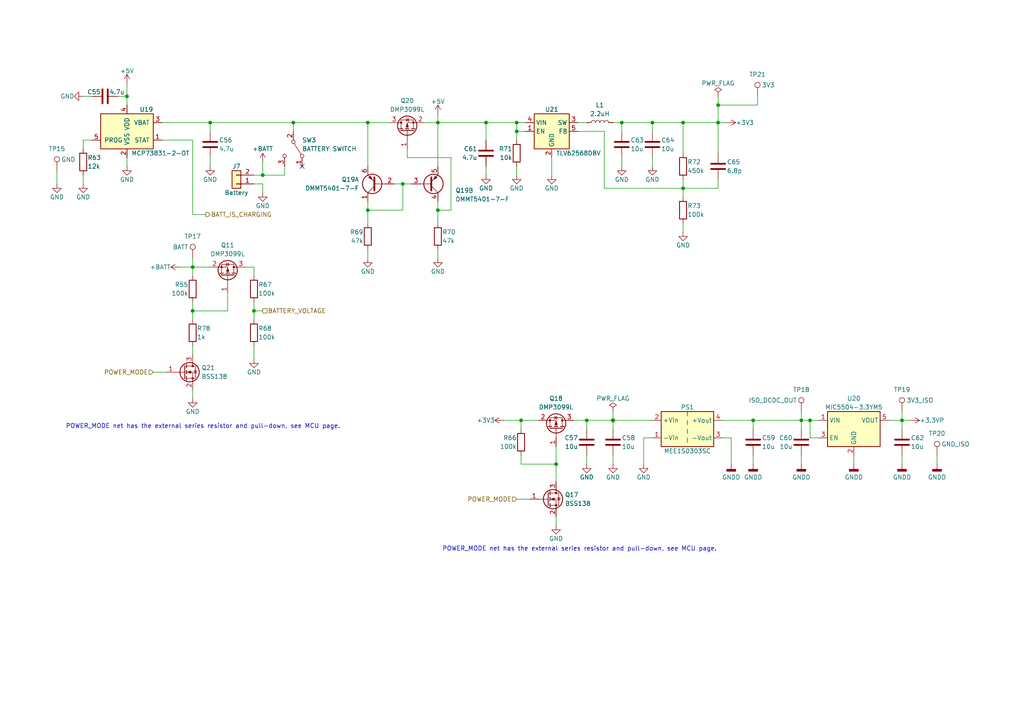
<source format=kicad_sch>
(kicad_sch (version 20221206) (generator eeschema)
  (paper "A4")
  (lib_symbols
    (symbol "Battery_Management:MCP73831-2-OT" (pin_names (offset 1.016))
      (property "Reference" "U" (at -7.62 6.35 0))
      (property "Value" "MCP73831-2-OT" (at 1.27 6.35 0))
      (symbol "MCP73831-2-OT_0_1"
        (rectangle (start -7.62 5.08) (end 7.62 -5.08) (stroke (width 0.254)) (fill (type background)))
      )
      (symbol "MCP73831-2-OT_1_1"
        (pin output line (at 10.16 -2.54 180) (length 2.54) (name "STAT") (number "1"))
        (pin power_in line (at 0 -7.62 90) (length 2.54) (name "VSS") (number "2"))
        (pin power_out line (at 10.16 2.54 180) (length 2.54) (name "VBAT") (number "3"))
        (pin power_in line (at 0 7.62 270) (length 2.54) (name "VDD") (number "4"))
        (pin input line (at -10.16 -2.54 0) (length 2.54) (name "PROG") (number "5"))
      )
    )
    (symbol "Connector:TestPoint" (pin_numbers hide) (pin_names (offset 0.762) hide)
      (property "Reference" "TP" (at 0 6.858 0))
      (property "Value" "TestPoint" (at 0 5.08 0))
      (symbol "TestPoint_0_1"
        (circle (center 0 3.302) (radius 0.762))
      )
      (symbol "TestPoint_1_1"
        (pin passive line (at 0 0 90) (length 2.54) (name "1") (number "1"))
      )
    )
    (symbol "Connector_Generic:Conn_01x02" (pin_names (offset 1.016) hide)
      (property "Reference" "J" (at 0 2.54 0))
      (property "Value" "Conn_01x02" (at 0 -5.08 0))
      (symbol "Conn_01x02_1_1"
        (rectangle (start -1.27 -2.413) (end 0 -2.667) (stroke (width 0.1524)))
        (rectangle (start -1.27 0.127) (end 0 -0.127) (stroke (width 0.1524)))
        (rectangle (start -1.27 1.27) (end 1.27 -3.81) (stroke (width 0.254)) (fill (type background)))
        (pin passive line (at -5.08 0 0) (length 3.81) (name "Pin_1") (number "1"))
        (pin passive line (at -5.08 -2.54 0) (length 3.81) (name "Pin_2") (number "2"))
      )
    )
    (symbol "Converter_DCDC:MEE1S0303SC"
      (property "Reference" "PS" (at -7.62 6.35 0))
      (property "Value" "MEE1S0303SC" (at 1.27 6.35 0))
      (symbol "MEE1S0303SC_0_0"
        (pin power_in line (at -10.16 -2.54 0) (length 2.54) (name "-Vin") (number "1"))
        (pin power_in line (at -10.16 2.54 0) (length 2.54) (name "+Vin") (number "2"))
        (pin power_out line (at 10.16 -2.54 180) (length 2.54) (name "-Vout") (number "3"))
        (pin power_out line (at 10.16 2.54 180) (length 2.54) (name "+Vout") (number "4"))
      )
      (symbol "MEE1S0303SC_0_1"
        (rectangle (start -7.62 5.08) (end 7.62 -5.08) (stroke (width 0.254)) (fill (type background)))
        (polyline (pts (xy 0 -2.54) (xy 0 -3.81)))
        (polyline (pts (xy 0 0) (xy 0 -1.27)))
        (polyline (pts (xy 0 2.54) (xy 0 1.27)))
        (polyline (pts (xy 0 5.08) (xy 0 3.81)))
      )
    )
    (symbol "DMG2305UX:DMP3099L" (pin_names hide)
      (property "Reference" "Q" (at 5.08 1.905 0))
      (property "Value" "DMP3099L" (at 5.08 0 0))
      (symbol "DMP3099L_0_1"
        (polyline (pts (xy 0.254 0) (xy -2.54 0)))
        (polyline (pts (xy 0.254 1.905) (xy 0.254 -1.905)) (stroke (width 0.254)))
        (polyline (pts (xy 0.762 -1.27) (xy 0.762 -2.286)) (stroke (width 0.254)))
        (polyline (pts (xy 0.762 0.508) (xy 0.762 -0.508)) (stroke (width 0.254)))
        (polyline (pts (xy 0.762 2.286) (xy 0.762 1.27)) (stroke (width 0.254)))
        (polyline (pts (xy 2.54 2.54) (xy 2.54 1.778)))
        (polyline (pts (xy 2.54 -2.54) (xy 2.54 0) (xy 0.762 0)))
        (polyline (pts (xy 0.762 1.778) (xy 3.302 1.778) (xy 3.302 -1.778) (xy 0.762 -1.778)))
        (polyline (pts (xy 2.286 0) (xy 1.27 0.381) (xy 1.27 -0.381) (xy 2.286 0)) (fill (type outline)))
        (polyline (pts (xy 2.794 -0.508) (xy 2.921 -0.381) (xy 3.683 -0.381) (xy 3.81 -0.254)))
        (polyline (pts (xy 3.302 -0.381) (xy 2.921 0.254) (xy 3.683 0.254) (xy 3.302 -0.381)))
        (circle (center 1.651 0) (radius 2.794) (stroke (width 0.254)))
        (circle (center 2.54 -1.778) (radius 0.254) (fill (type outline)))
        (circle (center 2.54 1.778) (radius 0.254) (fill (type outline)))
      )
      (symbol "DMP3099L_1_1"
        (pin input line (at -5.08 0 0) (length 2.54) (name "G") (number "1"))
        (pin passive line (at 2.54 -5.08 90) (length 2.54) (name "S") (number "2"))
        (pin passive line (at 2.54 5.08 270) (length 2.54) (name "D") (number "3"))
      )
    )
    (symbol "DMMT5401:DMMT5401-7-F" (pin_names (offset 0) hide)
      (property "Reference" "Q" (at 5.08 1.27 0))
      (property "Value" "DMMT5401-7-F" (at 5.08 -1.27 0))
      (symbol "DMMT5401-7-F_0_1"
        (polyline (pts (xy 0.635 0) (xy -2.54 0)))
        (polyline (pts (xy 0.635 0.635) (xy 2.54 2.54)))
        (polyline (pts (xy 0.635 -0.635) (xy 2.54 -2.54) (xy 2.54 -2.54)))
        (polyline (pts (xy 0.635 1.905) (xy 0.635 -1.905) (xy 0.635 -1.905)) (stroke (width 0.508)))
        (polyline (pts (xy 2.286 -1.778) (xy 1.778 -2.286) (xy 1.27 -1.27) (xy 2.286 -1.778) (xy 2.286 -1.778)) (fill (type outline)))
        (circle (center 1.27 0) (radius 2.8194) (stroke (width 0.254)))
      )
      (symbol "DMMT5401-7-F_1_1"
        (pin passive line (at 2.54 5.08 270) (length 2.54) (name "C1") (number "1"))
        (pin input line (at -5.08 0 0) (length 2.54) (name "B1") (number "2"))
        (pin passive line (at 2.54 -5.08 90) (length 2.54) (name "E1") (number "6"))
      )
      (symbol "DMMT5401-7-F_2_1"
        (pin input line (at -5.08 0 0) (length 2.54) (name "B2") (number "3"))
        (pin passive line (at 2.54 5.08 270) (length 2.54) (name "C2") (number "4"))
        (pin passive line (at 2.54 -5.08 90) (length 2.54) (name "E2") (number "5"))
      )
    )
    (symbol "Device:C" (pin_numbers hide) (pin_names (offset 0.254))
      (property "Reference" "C" (at 0.635 2.54 0))
      (property "Value" "C" (at 0.635 -2.54 0))
      (symbol "C_0_1"
        (polyline (pts (xy -2.032 -0.762) (xy 2.032 -0.762)) (stroke (width 0.508)))
        (polyline (pts (xy -2.032 0.762) (xy 2.032 0.762)) (stroke (width 0.508)))
      )
      (symbol "C_1_1"
        (pin passive line (at 0 3.81 270) (length 2.794) (name "~") (number "1"))
        (pin passive line (at 0 -3.81 90) (length 2.794) (name "~") (number "2"))
      )
    )
    (symbol "Device:L" (pin_numbers hide) (pin_names (offset 1.016) hide)
      (property "Reference" "L" (at -1.27 0 90))
      (property "Value" "L" (at 1.905 0 90))
      (symbol "L_0_1"
        (arc (start 0 -2.54) (mid 0.6323 -1.905) (end 0 -1.27))
        (arc (start 0 -1.27) (mid 0.6323 -0.635) (end 0 0))
        (arc (start 0 0) (mid 0.6323 0.635) (end 0 1.27))
        (arc (start 0 1.27) (mid 0.6323 1.905) (end 0 2.54))
      )
      (symbol "L_1_1"
        (pin passive line (at 0 3.81 270) (length 1.27) (name "1") (number "1"))
        (pin passive line (at 0 -3.81 90) (length 1.27) (name "2") (number "2"))
      )
    )
    (symbol "Device:R" (pin_numbers hide) (pin_names (offset 0))
      (property "Reference" "R" (at 2.032 0 90))
      (property "Value" "R" (at 0 0 90))
      (symbol "R_0_1"
        (rectangle (start -1.016 -2.54) (end 1.016 2.54) (stroke (width 0.254)))
      )
      (symbol "R_1_1"
        (pin passive line (at 0 3.81 270) (length 1.27) (name "~") (number "1"))
        (pin passive line (at 0 -3.81 90) (length 1.27) (name "~") (number "2"))
      )
    )
    (symbol "Regulator_Linear:MIC5504-3.3YM5"
      (property "Reference" "U" (at -7.62 8.89 0))
      (property "Value" "MIC5504-3.3YM5" (at -7.62 6.35 0))
      (symbol "MIC5504-3.3YM5_0_1"
        (rectangle (start -7.62 -5.08) (end 7.62 5.08) (stroke (width 0.254)) (fill (type background)))
      )
      (symbol "MIC5504-3.3YM5_1_1"
        (pin power_in line (at -10.16 2.54 0) (length 2.54) (name "VIN") (number "1"))
        (pin power_in line (at 0 -7.62 90) (length 2.54) (name "GND") (number "2"))
        (pin input line (at -10.16 -2.54 0) (length 2.54) (name "EN") (number "3"))
        (pin no_connect line (at 7.62 -2.54 180) (length 2.54) hide (name "NC") (number "4"))
        (pin power_out line (at 10.16 2.54 180) (length 2.54) (name "VOUT") (number "5"))
      )
    )
    (symbol "Regulator_Switching:TLV62568DBV"
      (property "Reference" "U" (at -5.08 6.35 0))
      (property "Value" "TLV62568DBV" (at 0 6.35 0))
      (symbol "TLV62568DBV_0_1"
        (rectangle (start -5.08 5.08) (end 5.08 -5.08) (stroke (width 0.254)) (fill (type background)))
      )
      (symbol "TLV62568DBV_1_1"
        (pin input line (at -7.62 0 0) (length 2.54) (name "EN") (number "1"))
        (pin power_in line (at 0 -7.62 90) (length 2.54) (name "GND") (number "2"))
        (pin power_out line (at 7.62 2.54 180) (length 2.54) (name "SW") (number "3"))
        (pin power_in line (at -7.62 2.54 0) (length 2.54) (name "VIN") (number "4"))
        (pin input line (at 7.62 0 180) (length 2.54) (name "FB") (number "5"))
      )
    )
    (symbol "Switch:SW_SPDT" (pin_names (offset 0) hide)
      (property "Reference" "SW" (at 0 4.318 0))
      (property "Value" "SW_SPDT" (at 0 -5.08 0))
      (symbol "SW_SPDT_0_0"
        (circle (center -2.032 0) (radius 0.508))
        (circle (center 2.032 -2.54) (radius 0.508))
      )
      (symbol "SW_SPDT_0_1"
        (polyline (pts (xy -1.524 0.254) (xy 1.651 2.286)))
        (circle (center 2.032 2.54) (radius 0.508))
      )
      (symbol "SW_SPDT_1_1"
        (pin passive line (at 5.08 2.54 180) (length 2.54) (name "A") (number "1"))
        (pin passive line (at -5.08 0 0) (length 2.54) (name "B") (number "2"))
        (pin passive line (at 5.08 -2.54 180) (length 2.54) (name "C") (number "3"))
      )
    )
    (symbol "Transistor_FET:BSS138" (pin_names hide)
      (property "Reference" "Q" (at 5.08 1.905 0))
      (property "Value" "BSS138" (at 5.08 0 0))
      (symbol "BSS138_0_1"
        (polyline (pts (xy 0.254 0) (xy -2.54 0)))
        (polyline (pts (xy 0.254 1.905) (xy 0.254 -1.905)) (stroke (width 0.254)))
        (polyline (pts (xy 0.762 -1.27) (xy 0.762 -2.286)) (stroke (width 0.254)))
        (polyline (pts (xy 0.762 0.508) (xy 0.762 -0.508)) (stroke (width 0.254)))
        (polyline (pts (xy 0.762 2.286) (xy 0.762 1.27)) (stroke (width 0.254)))
        (polyline (pts (xy 2.54 2.54) (xy 2.54 1.778)))
        (polyline (pts (xy 2.54 -2.54) (xy 2.54 0) (xy 0.762 0)))
        (polyline (pts (xy 0.762 -1.778) (xy 3.302 -1.778) (xy 3.302 1.778) (xy 0.762 1.778)))
        (polyline (pts (xy 1.016 0) (xy 2.032 0.381) (xy 2.032 -0.381) (xy 1.016 0)) (fill (type outline)))
        (polyline (pts (xy 2.794 0.508) (xy 2.921 0.381) (xy 3.683 0.381) (xy 3.81 0.254)))
        (polyline (pts (xy 3.302 0.381) (xy 2.921 -0.254) (xy 3.683 -0.254) (xy 3.302 0.381)))
        (circle (center 1.651 0) (radius 2.794) (stroke (width 0.254)))
        (circle (center 2.54 -1.778) (radius 0.254) (fill (type outline)))
        (circle (center 2.54 1.778) (radius 0.254) (fill (type outline)))
      )
      (symbol "BSS138_1_1"
        (pin input line (at -5.08 0 0) (length 2.54) (name "G") (number "1"))
        (pin passive line (at 2.54 -5.08 90) (length 2.54) (name "S") (number "2"))
        (pin passive line (at 2.54 5.08 270) (length 2.54) (name "D") (number "3"))
      )
    )
    (symbol "power:+3.3VP" (power) (pin_names (offset 0))
      (property "Value" "+3.3VP" (at 0 2.54 0))
      (symbol "+3.3VP_0_0"
        (pin power_in line (at 0 0 90) (length 0) hide (name "+3.3VP") (number "1"))
      )
      (symbol "+3.3VP_0_1"
        (polyline (pts (xy -0.762 1.27) (xy 0 2.54)))
        (polyline (pts (xy 0 0) (xy 0 2.54)))
        (polyline (pts (xy 0 2.54) (xy 0.762 1.27)))
      )
    )
    (symbol "power:+3V3" (power) (pin_names (offset 0))
      (property "Value" "+3V3" (at 0 3.556 0))
      (symbol "+3V3_0_1"
        (polyline (pts (xy -0.762 1.27) (xy 0 2.54)))
        (polyline (pts (xy 0 0) (xy 0 2.54)))
        (polyline (pts (xy 0 2.54) (xy 0.762 1.27)))
      )
      (symbol "+3V3_1_1"
        (pin power_in line (at 0 0 90) (length 0) hide (name "+3V3") (number "1"))
      )
    )
    (symbol "power:+5V" (power) (pin_names (offset 0))
      (property "Value" "+5V" (at 0 3.556 0))
      (symbol "+5V_0_1"
        (polyline (pts (xy -0.762 1.27) (xy 0 2.54)))
        (polyline (pts (xy 0 0) (xy 0 2.54)))
        (polyline (pts (xy 0 2.54) (xy 0.762 1.27)))
      )
      (symbol "+5V_1_1"
        (pin power_in line (at 0 0 90) (length 0) hide (name "+5V") (number "1"))
      )
    )
    (symbol "power:+BATT" (power) (pin_names (offset 0))
      (property "Value" "+BATT" (at 0 3.556 0))
      (symbol "+BATT_0_1"
        (polyline (pts (xy -0.762 1.27) (xy 0 2.54)))
        (polyline (pts (xy 0 0) (xy 0 2.54)))
        (polyline (pts (xy 0 2.54) (xy 0.762 1.27)))
      )
      (symbol "+BATT_1_1"
        (pin power_in line (at 0 0 90) (length 0) hide (name "+BATT") (number "1"))
      )
    )
    (symbol "power:GND" (power) (pin_names (offset 0))
      (property "Value" "GND" (at 0 -3.81 0))
      (symbol "GND_0_1"
        (polyline (pts (xy 0 0) (xy 0 -1.27) (xy 1.27 -1.27) (xy 0 -2.54) (xy -1.27 -1.27) (xy 0 -1.27)))
      )
      (symbol "GND_1_1"
        (pin power_in line (at 0 0 270) (length 0) hide (name "GND") (number "1"))
      )
    )
    (symbol "power:GNDD" (power) (pin_names (offset 0))
      (property "Value" "GNDD" (at 0 -3.175 0))
      (symbol "GNDD_0_1"
        (rectangle (start -1.27 -1.524) (end 1.27 -2.032) (stroke (width 0.254)) (fill (type outline)))
        (polyline (pts (xy 0 0) (xy 0 -1.524)))
      )
      (symbol "GNDD_1_1"
        (pin power_in line (at 0 0 270) (length 0) hide (name "GNDD") (number "1"))
      )
    )
    (symbol "power:PWR_FLAG" (power) (pin_numbers hide) (pin_names (offset 0) hide)
      (property "Value" "PWR_FLAG" (at 0 3.81 0))
      (symbol "PWR_FLAG_0_0"
        (pin power_out line (at 0 0 90) (length 0) (name "pwr") (number "1"))
      )
      (symbol "PWR_FLAG_0_1"
        (polyline (pts (xy 0 0) (xy 0 1.27) (xy -1.016 1.905) (xy 0 2.54) (xy 1.016 1.905) (xy 0 1.27)))
      )
    )
  )
  (junction (at 170.18 121.92))
  (junction (at 76.2 50.8))
  (junction (at 208.28 35.56))
  (junction (at 127 35.56))
  (junction (at 149.86 35.56))
  (junction (at 234.95 121.92))
  (junction (at 177.8 121.92) (diameter 1.016))
  (junction (at 198.12 54.61))
  (junction (at 73.66 90.17))
  (junction (at 55.88 90.17))
  (junction (at 140.97 35.56) (diameter 0.9144))
  (junction (at 180.34 35.56) (diameter 0.9144))
  (junction (at 106.68 35.56))
  (junction (at 208.28 30.48))
  (junction (at 189.23 35.56))
  (junction (at 36.83 27.94))
  (junction (at 232.41 121.92) (diameter 0.9144))
  (junction (at 161.29 134.62))
  (junction (at 198.12 35.56))
  (junction (at 149.86 38.1))
  (junction (at 127 60.96))
  (junction (at 85.09 35.56))
  (junction (at 60.96 35.56))
  (junction (at 151.13 121.92))
  (junction (at 218.44 121.92))
  (junction (at 116.84 53.34))
  (junction (at 106.68 60.96))
  (junction (at 55.88 77.47) (diameter 0.9144))
  (junction (at 261.62 121.92) (diameter 0.9144))
  (no_connect (at 87.63 48.26))
  (wire (pts (xy 152.4 38.1) (xy 149.86 38.1)))
  (wire (pts (xy 261.62 119.38) (xy 261.62 121.92)))
  (wire (pts (xy 106.68 60.96) (xy 116.84 60.96)))
  (wire (pts (xy 212.09 134.62) (xy 212.09 127)))
  (wire (pts (xy 170.18 121.92) (xy 170.18 124.46)))
  (wire (pts (xy 73.66 100.33) (xy 73.66 104.14)))
  (wire (pts (xy 271.78 132.08) (xy 271.78 134.62)))
  (wire (pts (xy 208.28 35.56) (xy 208.28 44.45)))
  (wire (pts (xy 73.66 80.01) (xy 73.66 77.47)))
  (wire (pts (xy 247.65 132.08) (xy 247.65 134.62)))
  (wire (pts (xy 46.99 35.56) (xy 60.96 35.56)))
  (wire (pts (xy 130.81 60.96) (xy 130.81 45.72)))
  (wire (pts (xy 186.69 134.62) (xy 186.69 127)))
  (wire (pts (xy 127 33.02) (xy 127 35.56)))
  (wire (pts (xy 24.13 43.18) (xy 24.13 40.64)))
  (wire (pts (xy 170.18 132.08) (xy 170.18 134.62)))
  (wire (pts (xy 219.71 27.94) (xy 219.71 30.48)))
  (wire (pts (xy 218.44 121.92) (xy 218.44 124.46)))
  (wire (pts (xy 186.69 127) (xy 189.23 127)))
  (wire (pts (xy 82.55 50.8) (xy 82.55 48.26)))
  (wire (pts (xy 36.83 30.48) (xy 36.83 27.94)))
  (wire (pts (xy 52.07 77.47) (xy 55.88 77.47)))
  (wire (pts (xy 237.49 127) (xy 234.95 127)))
  (wire (pts (xy 232.41 132.08) (xy 232.41 134.62)))
  (wire (pts (xy 261.62 132.08) (xy 261.62 134.62)))
  (wire (pts (xy 208.28 35.56) (xy 210.82 35.56)))
  (wire (pts (xy 161.29 134.62) (xy 161.29 139.7)))
  (wire (pts (xy 218.44 121.92) (xy 232.41 121.92)))
  (wire (pts (xy 198.12 35.56) (xy 208.28 35.56)))
  (wire (pts (xy 66.04 90.17) (xy 66.04 85.09)))
  (wire (pts (xy 114.3 53.34) (xy 116.84 53.34)))
  (wire (pts (xy 127 35.56) (xy 123.19 35.56)))
  (wire (pts (xy 106.68 58.42) (xy 106.68 60.96)))
  (wire (pts (xy 180.34 35.56) (xy 180.34 38.1)))
  (wire (pts (xy 73.66 53.34) (xy 76.2 53.34)))
  (wire (pts (xy 149.86 35.56) (xy 152.4 35.56)))
  (wire (pts (xy 177.8 134.62) (xy 177.8 132.08)))
  (wire (pts (xy 212.09 127) (xy 209.55 127)))
  (wire (pts (xy 146.05 121.92) (xy 151.13 121.92)))
  (wire (pts (xy 151.13 134.62) (xy 161.29 134.62)))
  (wire (pts (xy 198.12 52.07) (xy 198.12 54.61)))
  (wire (pts (xy 55.88 74.93) (xy 55.88 77.47)))
  (wire (pts (xy 46.99 40.64) (xy 55.88 40.64)))
  (wire (pts (xy 151.13 132.08) (xy 151.13 134.62)))
  (wire (pts (xy 106.68 72.39) (xy 106.68 74.93)))
  (wire (pts (xy 60.96 45.72) (xy 60.96 48.26)))
  (wire (pts (xy 36.83 45.72) (xy 36.83 48.26)))
  (wire (pts (xy 175.26 54.61) (xy 198.12 54.61)))
  (wire (pts (xy 85.09 35.56) (xy 106.68 35.56)))
  (wire (pts (xy 166.37 121.92) (xy 170.18 121.92)))
  (wire (pts (xy 208.28 27.94) (xy 208.28 30.48)))
  (wire (pts (xy 208.28 30.48) (xy 208.28 35.56)))
  (wire (pts (xy 161.29 149.86) (xy 161.29 152.4)))
  (wire (pts (xy 209.55 121.92) (xy 218.44 121.92)))
  (wire (pts (xy 118.11 45.72) (xy 130.81 45.72)))
  (wire (pts (xy 232.41 119.38) (xy 232.41 121.92)))
  (wire (pts (xy 60.96 35.56) (xy 60.96 38.1)))
  (wire (pts (xy 76.2 46.99) (xy 76.2 50.8)))
  (wire (pts (xy 127 60.96) (xy 130.81 60.96)))
  (wire (pts (xy 127 48.26) (xy 127 35.56)))
  (wire (pts (xy 24.13 27.94) (xy 26.67 27.94)))
  (wire (pts (xy 106.68 48.26) (xy 106.68 35.56)))
  (wire (pts (xy 127 72.39) (xy 127 74.93)))
  (wire (pts (xy 234.95 121.92) (xy 232.41 121.92)))
  (wire (pts (xy 189.23 45.72) (xy 189.23 48.26)))
  (wire (pts (xy 140.97 48.26) (xy 140.97 50.8)))
  (wire (pts (xy 55.88 100.33) (xy 55.88 102.87)))
  (wire (pts (xy 175.26 38.1) (xy 175.26 54.61)))
  (wire (pts (xy 55.88 87.63) (xy 55.88 90.17)))
  (wire (pts (xy 55.88 77.47) (xy 60.96 77.47)))
  (wire (pts (xy 73.66 87.63) (xy 73.66 90.17)))
  (wire (pts (xy 232.41 121.92) (xy 232.41 124.46)))
  (wire (pts (xy 116.84 60.96) (xy 116.84 53.34)))
  (wire (pts (xy 149.86 38.1) (xy 149.86 40.64)))
  (wire (pts (xy 127 35.56) (xy 140.97 35.56)))
  (wire (pts (xy 177.8 124.46) (xy 177.8 121.92)))
  (wire (pts (xy 55.88 40.64) (xy 55.88 62.23)))
  (wire (pts (xy 73.66 77.47) (xy 71.12 77.47)))
  (wire (pts (xy 44.45 107.95) (xy 48.26 107.95)))
  (wire (pts (xy 55.88 77.47) (xy 55.88 80.01)))
  (wire (pts (xy 36.83 27.94) (xy 34.29 27.94)))
  (wire (pts (xy 180.34 45.72) (xy 180.34 48.26)))
  (wire (pts (xy 234.95 127) (xy 234.95 121.92)))
  (wire (pts (xy 189.23 35.56) (xy 198.12 35.56)))
  (wire (pts (xy 127 58.42) (xy 127 60.96)))
  (wire (pts (xy 106.68 35.56) (xy 113.03 35.56)))
  (wire (pts (xy 140.97 35.56) (xy 140.97 40.64)))
  (wire (pts (xy 167.64 38.1) (xy 175.26 38.1)))
  (wire (pts (xy 55.88 92.71) (xy 55.88 90.17)))
  (wire (pts (xy 198.12 64.77) (xy 198.12 67.31)))
  (wire (pts (xy 161.29 134.62) (xy 161.29 129.54)))
  (wire (pts (xy 118.11 43.18) (xy 118.11 45.72)))
  (wire (pts (xy 24.13 40.64) (xy 26.67 40.64)))
  (wire (pts (xy 151.13 121.92) (xy 156.21 121.92)))
  (wire (pts (xy 106.68 60.96) (xy 106.68 64.77)))
  (wire (pts (xy 60.96 35.56) (xy 85.09 35.56)))
  (wire (pts (xy 24.13 50.8) (xy 24.13 53.34)))
  (wire (pts (xy 177.8 121.92) (xy 189.23 121.92)))
  (wire (pts (xy 167.64 35.56) (xy 170.18 35.56)))
  (wire (pts (xy 261.62 121.92) (xy 261.62 124.46)))
  (wire (pts (xy 198.12 35.56) (xy 198.12 44.45)))
  (wire (pts (xy 189.23 35.56) (xy 189.23 38.1)))
  (wire (pts (xy 76.2 53.34) (xy 76.2 55.88)))
  (wire (pts (xy 76.2 50.8) (xy 82.55 50.8)))
  (wire (pts (xy 218.44 134.62) (xy 218.44 132.08)))
  (wire (pts (xy 177.8 35.56) (xy 180.34 35.56)))
  (wire (pts (xy 55.88 113.03) (xy 55.88 115.57)))
  (wire (pts (xy 151.13 121.92) (xy 151.13 124.46)))
  (wire (pts (xy 149.86 35.56) (xy 149.86 38.1)))
  (wire (pts (xy 73.66 90.17) (xy 76.2 90.17)))
  (wire (pts (xy 261.62 121.92) (xy 264.16 121.92)))
  (wire (pts (xy 127 60.96) (xy 127 64.77)))
  (wire (pts (xy 73.66 90.17) (xy 73.66 92.71)))
  (wire (pts (xy 237.49 121.92) (xy 234.95 121.92)))
  (wire (pts (xy 257.81 121.92) (xy 261.62 121.92)))
  (wire (pts (xy 85.09 35.56) (xy 85.09 38.1)))
  (wire (pts (xy 140.97 35.56) (xy 149.86 35.56)))
  (wire (pts (xy 55.88 90.17) (xy 66.04 90.17)))
  (wire (pts (xy 160.02 45.72) (xy 160.02 50.8)))
  (wire (pts (xy 16.51 49.53) (xy 16.51 53.34)))
  (wire (pts (xy 36.83 24.13) (xy 36.83 27.94)))
  (wire (pts (xy 149.86 144.78) (xy 153.67 144.78)))
  (wire (pts (xy 208.28 52.07) (xy 208.28 54.61)))
  (wire (pts (xy 170.18 121.92) (xy 177.8 121.92)))
  (wire (pts (xy 149.86 48.26) (xy 149.86 50.8)))
  (wire (pts (xy 198.12 54.61) (xy 208.28 54.61)))
  (wire (pts (xy 73.66 50.8) (xy 76.2 50.8)))
  (wire (pts (xy 177.8 119.38) (xy 177.8 121.92)))
  (wire (pts (xy 180.34 35.56) (xy 189.23 35.56)))
  (wire (pts (xy 208.28 30.48) (xy 219.71 30.48)))
  (wire (pts (xy 55.88 62.23) (xy 59.69 62.23)))
  (wire (pts (xy 116.84 53.34) (xy 119.38 53.34)))
  (wire (pts (xy 198.12 54.61) (xy 198.12 57.15)))
  (text "POWER_MODE net has the external series resistor and pull-down, see MCU page." (at 128.27 160.02 0) (effects (font (size 1.27 1.27)) (justify left bottom)))
  (text "POWER_MODE net has the external series resistor and pull-down, see MCU page." (at 19.05 124.46 0) (effects (font (size 1.27 1.27)) (justify left bottom)))
  (hierarchical_label "POWER_MODE" (shape input) (at 44.45 107.95 180))
  (hierarchical_label "POWER_MODE" (shape input) (at 149.86 144.78 180))
  (hierarchical_label "BATT_IS_CHARGING" (shape output) (at 59.69 62.23 0))
  (hierarchical_label "BATTERY_VOLTAGE" (shape passive) (at 76.2 90.17 0))
  (symbol (lib_id "Device:R") (at 55.88 96.52 0) (unit 1)
    (property "Reference" "R78" (at 57.15 95.25 0) (effects (justify left)))
    (property "Value" "1k" (at 57.15 97.79 0) (effects (justify left)))
    (property "Footprint" "Resistor_SMD:R_0402_1005Metric" (effects hide))
  )
  (symbol (lib_id "power:GNDD") (at 247.65 134.62 0) (unit 1)
    (property "Reference" "#PWR0179" (effects hide))
    (property "Value" "GNDD" (at 247.65 138.43 0))
  )
  (symbol (lib_id "power:+3V3") (at 146.05 121.92 90) (unit 1)
    (property "Reference" "#PWR0282" (effects hide))
    (property "Value" "+3V3" (at 143.51 121.92 90) (effects (justify left)))
  )
  (symbol (lib_id "power:GNDD") (at 261.62 134.62 0) (unit 1)
    (property "Reference" "#PWR0182" (effects hide))
    (property "Value" "GNDD" (at 261.62 138.43 0))
  )
  (symbol (lib_id "Regulator_Switching:TLV62568DBV") (at 160.02 38.1 0) (unit 1)
    (property "Reference" "U21" (at 160.02 31.75 0))
    (property "Value" "TLV62568DBV" (at 161.29 44.45 0) (effects (justify left)))
    (property "Footprint" "Package_TO_SOT_SMD:SOT-23-5" (effects hide))
    (property "Datasheet" "http://www.ti.com/lit/ds/symlink/tlv62568.pdf" (effects hide))
  )
  (symbol (lib_id "Device:C") (at 189.23 41.91 0) (unit 1)
    (property "Reference" "C64" (at 191.77 40.64 0) (effects (justify left)))
    (property "Value" "10u" (at 191.77 43.18 0) (effects (justify left)))
    (property "Footprint" "Capacitor_SMD:C_0603_1608Metric" (effects hide))
  )
  (symbol (lib_id "Device:L") (at 173.99 35.56 90) (unit 1)
    (property "Reference" "L1" (at 173.99 30.48 90))
    (property "Value" "2.2uH" (at 173.99 33.02 90))
    (property "Footprint" "Inductor_SMD:L_Taiyo-Yuden_NR-30xx" (effects hide))
    (property "Part number" "NR3012T2R2M" (effects hide))
  )
  (symbol (lib_id "Device:R") (at 198.12 48.26 0) (unit 1)
    (property "Reference" "R72" (at 199.39 46.99 0) (effects (justify left)))
    (property "Value" "450k" (at 199.39 49.53 0) (effects (justify left)))
    (property "Footprint" "Resistor_SMD:R_0402_1005Metric" (effects hide))
  )
  (symbol (lib_id "Connector:TestPoint") (at 219.71 27.94 0) (mirror y) (unit 1)
    (property "Reference" "TP21" (at 219.71 21.59 0))
    (property "Value" "3V3" (at 220.98 25.4 0) (effects (justify right bottom)))
    (property "Footprint" "TestPoint:TestPoint_Pad_D1.0mm" (effects hide))
  )
  (symbol (lib_id "Device:C") (at 177.8 128.27 0) (mirror y) (unit 1)
    (property "Reference" "C58" (at 180.34 127 0) (effects (justify right)))
    (property "Value" "10u" (at 180.34 129.54 0) (effects (justify right)))
    (property "Footprint" "Capacitor_SMD:C_0603_1608Metric" (effects hide))
    (property "Part Number" "CC0603KRX5R6BB106" (effects hide))
  )
  (symbol (lib_id "DMMT5401:DMMT5401-7-F") (at 109.22 53.34 180) (unit 1)
    (property "Reference" "Q19" (at 104.14 52.07 0) (effects (justify left)))
    (property "Value" "DMMT5401-7-F" (at 104.14 54.61 0) (effects (justify left)))
    (property "Footprint" "Package_TO_SOT_SMD:SOT-23-6" (effects hide))
    (property "Datasheet" "https://www.diodes.com/assets/Datasheets/ds30437.pdf" (effects hide))
  )
  (symbol (lib_id "power:GNDD") (at 218.44 134.62 0) (unit 1)
    (property "Reference" "#PWR0174" (effects hide))
    (property "Value" "GNDD" (at 218.44 138.43 0))
  )
  (symbol (lib_id "Device:C") (at 60.96 41.91 180) (unit 1)
    (property "Reference" "C56" (at 63.5 40.64 0) (effects (justify right)))
    (property "Value" "4.7u" (at 63.5 43.18 0) (effects (justify right)))
    (property "Footprint" "Capacitor_SMD:C_0603_1608Metric" (effects hide))
  )
  (symbol (lib_id "power:+5V") (at 36.83 24.13 0) (unit 1)
    (property "Reference" "#PWR011" (effects hide))
    (property "Value" "+5V" (at 36.83 20.574 0))
  )
  (symbol (lib_id "power:PWR_FLAG") (at 177.8 119.38 0) (unit 1)
    (property "Reference" "#FLG05" (effects hide))
    (property "Value" "PWR_FLAG" (at 177.8 115.57 0))
  )
  (symbol (lib_id "Device:C") (at 208.28 48.26 0) (unit 1)
    (property "Reference" "C65" (at 210.82 46.99 0) (effects (justify left)))
    (property "Value" "6.8p" (at 210.82 49.53 0) (effects (justify left)))
    (property "Footprint" "Capacitor_SMD:C_0402_1005Metric" (effects hide))
  )
  (symbol (lib_id "power:GND") (at 24.13 53.34 0) (unit 1)
    (property "Reference" "#PWR0249" (effects hide))
    (property "Value" "GND" (at 24.13 57.15 0))
  )
  (symbol (lib_id "DMG2305UX:DMP3099L") (at 161.29 124.46 270) (mirror x) (unit 1)
    (property "Reference" "Q18" (at 161.29 115.57 90))
    (property "Value" "DMP3099L" (at 161.29 118.11 90))
    (property "Footprint" "Package_TO_SOT_SMD:SOT-23" (effects hide))
    (property "Datasheet" "https://www.diodes.com/assets/Datasheets/DMP3099L.pdf" (effects hide))
  )
  (symbol (lib_id "Device:R") (at 73.66 83.82 0) (unit 1)
    (property "Reference" "R67" (at 74.93 82.55 0) (effects (justify left)))
    (property "Value" "100k" (at 74.93 85.09 0) (effects (justify left)))
    (property "Footprint" "Resistor_SMD:R_0402_1005Metric" (effects hide))
  )
  (symbol (lib_id "Device:C") (at 170.18 128.27 0) (mirror y) (unit 1)
    (property "Reference" "C57" (at 167.64 127 0) (effects (justify left)))
    (property "Value" "10u" (at 167.64 129.54 0) (effects (justify left)))
    (property "Footprint" "Capacitor_SMD:C_0603_1608Metric" (effects hide))
    (property "Part Number" "CC0603KRX5R6BB106" (effects hide))
  )
  (symbol (lib_id "Device:R") (at 149.86 44.45 0) (mirror y) (unit 1)
    (property "Reference" "R71" (at 148.59 43.18 0) (effects (justify left)))
    (property "Value" "10k" (at 148.59 45.72 0) (effects (justify left)))
    (property "Footprint" "Resistor_SMD:R_0402_1005Metric" (effects hide))
  )
  (symbol (lib_id "power:+3.3VP") (at 264.16 121.92 270) (unit 1)
    (property "Reference" "#PWR013" (effects hide))
    (property "Value" "+3.3VP" (at 266.7 121.92 90) (effects (justify left)))
  )
  (symbol (lib_id "Converter_DCDC:MEE1S0303SC") (at 199.39 124.46 0) (unit 1)
    (property "Reference" "PS1" (at 199.39 118.11 0))
    (property "Value" "MEE1S0303SC" (at 199.39 130.81 0))
    (property "Footprint" "Converter_DCDC:Converter_DCDC_Murata_MEE1SxxxxSC_THT" (effects hide))
    (property "Datasheet" "https://power.murata.com/pub/data/power/ncl/kdc_mee1.pdf" (effects hide))
  )
  (symbol (lib_id "Device:C") (at 140.97 44.45 0) (mirror x) (unit 1)
    (property "Reference" "C61" (at 138.43 43.18 0) (effects (justify right)))
    (property "Value" "4.7u" (at 138.43 45.72 0) (effects (justify right)))
    (property "Footprint" "Capacitor_SMD:C_0603_1608Metric" (effects hide))
  )
  (symbol (lib_id "power:GND") (at 55.88 115.57 0) (unit 1)
    (property "Reference" "#PWR0269" (effects hide))
    (property "Value" "GND" (at 55.88 119.38 0))
  )
  (symbol (lib_id "DMG2305UX:DMP3099L") (at 118.11 38.1 90) (unit 1)
    (property "Reference" "Q20" (at 118.11 29.21 90))
    (property "Value" "DMP3099L" (at 118.11 31.75 90))
    (property "Footprint" "Package_TO_SOT_SMD:SOT-23" (effects hide))
    (property "Datasheet" "https://www.diodes.com/assets/Datasheets/DMP3099L.pdf" (effects hide))
  )
  (symbol (lib_id "power:GND") (at 177.8 134.62 0) (unit 1)
    (property "Reference" "#PWR0247" (effects hide))
    (property "Value" "GND" (at 177.8 138.43 0))
  )
  (symbol (lib_id "Transistor_FET:BSS138") (at 158.75 144.78 0) (unit 1)
    (property "Reference" "Q17" (at 163.83 143.51 0) (effects (justify left)))
    (property "Value" "BSS138" (at 163.83 146.05 0) (effects (justify left)))
    (property "Footprint" "Package_TO_SOT_SMD:SOT-23" (effects hide))
    (property "Datasheet" "https://www.onsemi.com/pub/Collateral/BSS138-D.PDF" (effects hide))
    (property "Part Number" "IRLML2502TRPBF" (effects hide))
  )
  (symbol (lib_id "power:GND") (at 127 74.93 0) (unit 1)
    (property "Reference" "#PWR0256" (effects hide))
    (property "Value" "GND" (at 127 78.74 0))
  )
  (symbol (lib_id "Connector_Generic:Conn_01x02") (at 68.58 53.34 180) (unit 1)
    (property "Reference" "J7" (at 68.58 48.26 0))
    (property "Value" "Battery" (at 68.58 55.88 0))
    (property "Footprint" "Connector_JST:JST_PH_B2B-PH-K_1x02_P2.00mm_Vertical" (effects hide))
  )
  (symbol (lib_id "Device:C") (at 261.62 128.27 0) (unit 1)
    (property "Reference" "C62" (at 264.16 127 0) (effects (justify left)))
    (property "Value" "10u" (at 264.16 129.54 0) (effects (justify left)))
    (property "Footprint" "Capacitor_SMD:C_0603_1608Metric" (effects hide))
    (property "Part Number" "CC0603KRX5R6BB106" (effects hide))
  )
  (symbol (lib_id "Connector:TestPoint") (at 232.41 119.38 0) (mirror y) (unit 1)
    (property "Reference" "TP18" (at 232.41 113.03 0))
    (property "Value" "ISO_DCDC_OUT" (at 231.14 116.84 0) (effects (justify left bottom)))
    (property "Footprint" "TestPoint:TestPoint_Pad_D1.0mm" (effects hide))
  )
  (symbol (lib_id "Device:R") (at 127 68.58 0) (mirror y) (unit 1)
    (property "Reference" "R70" (at 128.27 67.31 0) (effects (justify right)))
    (property "Value" "47k" (at 128.27 69.85 0) (effects (justify right)))
    (property "Footprint" "Resistor_SMD:R_0402_1005Metric" (effects hide))
  )
  (symbol (lib_id "Device:R") (at 106.68 68.58 0) (mirror x) (unit 1)
    (property "Reference" "R69" (at 105.41 67.31 0) (effects (justify right)))
    (property "Value" "47k" (at 105.41 69.85 0) (effects (justify right)))
    (property "Footprint" "Resistor_SMD:R_0402_1005Metric" (effects hide))
  )
  (symbol (lib_id "Connector:TestPoint") (at 261.62 119.38 0) (unit 1)
    (property "Reference" "TP19" (at 261.62 113.03 0))
    (property "Value" "3V3_ISO" (at 262.89 116.84 0) (effects (justify left bottom)))
    (property "Footprint" "TestPoint:TestPoint_Pad_D1.0mm" (effects hide))
  )
  (symbol (lib_id "power:GND") (at 180.34 48.26 0) (unit 1)
    (property "Reference" "#PWR0259" (effects hide))
    (property "Value" "GND" (at 180.34 52.07 0))
  )
  (symbol (lib_id "Device:R") (at 73.66 96.52 0) (unit 1)
    (property "Reference" "R68" (at 74.93 95.25 0) (effects (justify left)))
    (property "Value" "100k" (at 74.93 97.79 0) (effects (justify left)))
    (property "Footprint" "Resistor_SMD:R_0402_1005Metric" (effects hide))
  )
  (symbol (lib_id "Device:R") (at 151.13 128.27 0) (mirror x) (unit 1)
    (property "Reference" "R66" (at 149.86 127 0) (effects (justify right)))
    (property "Value" "100k" (at 149.86 129.54 0) (effects (justify right)))
    (property "Footprint" "Resistor_SMD:R_0402_1005Metric" (effects hide))
  )
  (symbol (lib_id "Device:C") (at 218.44 128.27 0) (unit 1)
    (property "Reference" "C59" (at 220.98 127 0) (effects (justify left)))
    (property "Value" "10u" (at 220.98 129.54 0) (effects (justify left)))
    (property "Footprint" "Capacitor_SMD:C_0603_1608Metric" (effects hide))
    (property "Part Number" "CC0603KRX5R6BB106" (effects hide))
  )
  (symbol (lib_id "Connector:TestPoint") (at 16.51 49.53 0) (mirror y) (unit 1)
    (property "Reference" "TP15" (at 16.51 43.18 0))
    (property "Value" "GND" (at 17.78 46.99 0) (effects (justify right bottom)))
    (property "Footprint" "TestPoint:TestPoint_Pad_D1.0mm" (effects hide))
  )
  (symbol (lib_id "power:GND") (at 60.96 48.26 0) (unit 1)
    (property "Reference" "#PWR0253" (effects hide))
    (property "Value" "GND" (at 60.96 52.07 0))
  )
  (symbol (lib_id "Transistor_FET:BSS138") (at 53.34 107.95 0) (unit 1)
    (property "Reference" "Q21" (at 58.42 106.68 0) (effects (justify left)))
    (property "Value" "BSS138" (at 58.42 109.22 0) (effects (justify left)))
    (property "Footprint" "Package_TO_SOT_SMD:SOT-23" (effects hide))
    (property "Datasheet" "https://www.onsemi.com/pub/Collateral/BSS138-D.PDF" (effects hide))
    (property "Part Number" "IRLML2502TRPBF" (effects hide))
  )
  (symbol (lib_id "power:+3V3") (at 210.82 35.56 270) (unit 1)
    (property "Reference" "#PWR0280" (effects hide))
    (property "Value" "+3V3" (at 213.36 35.56 90) (effects (justify left)))
  )
  (symbol (lib_id "power:GND") (at 149.86 50.8 0) (unit 1)
    (property "Reference" "#PWR0258" (effects hide))
    (property "Value" "GND" (at 149.86 54.61 0))
  )
  (symbol (lib_id "power:GND") (at 24.13 27.94 270) (unit 1)
    (property "Reference" "#PWR0254" (effects hide))
    (property "Value" "GND" (at 21.59 27.94 90) (effects (justify right)))
  )
  (symbol (lib_id "power:GND") (at 16.51 53.34 0) (unit 1)
    (property "Reference" "#PWR0251" (effects hide))
    (property "Value" "GND" (at 16.51 57.15 0))
  )
  (symbol (lib_id "power:GNDD") (at 232.41 134.62 0) (unit 1)
    (property "Reference" "#PWR0173" (effects hide))
    (property "Value" "GNDD" (at 232.41 138.43 0))
  )
  (symbol (lib_id "power:+BATT") (at 52.07 77.47 90) (unit 1)
    (property "Reference" "#PWR0243" (effects hide))
    (property "Value" "+BATT" (at 49.53 77.47 90) (effects (justify left)))
  )
  (symbol (lib_id "power:+5V") (at 127 33.02 0) (unit 1)
    (property "Reference" "#PWR012" (effects hide))
    (property "Value" "+5V" (at 127 29.464 0))
  )
  (symbol (lib_id "power:GND") (at 186.69 134.62 0) (unit 1)
    (property "Reference" "#PWR0248" (effects hide))
    (property "Value" "GND" (at 186.69 138.43 0))
  )
  (symbol (lib_id "power:GNDD") (at 271.78 134.62 0) (unit 1)
    (property "Reference" "#PWR0184" (effects hide))
    (property "Value" "GNDD" (at 271.78 138.43 0))
  )
  (symbol (lib_id "Device:R") (at 55.88 83.82 0) (mirror x) (unit 1)
    (property "Reference" "R55" (at 54.61 82.55 0) (effects (justify right)))
    (property "Value" "100k" (at 54.61 85.09 0) (effects (justify right)))
    (property "Footprint" "Resistor_SMD:R_0402_1005Metric" (effects hide))
    (instances (project "RubyLink_revC" (path "" (reference "R55") (unit 1)) (path "" (reference "R65") (unit 1))))
  )
  (symbol (lib_id "Device:R") (at 198.12 60.96 0) (unit 1)
    (property "Reference" "R73" (at 199.39 59.69 0) (effects (justify left)))
    (property "Value" "100k" (at 199.39 62.23 0) (effects (justify left)))
    (property "Footprint" "Resistor_SMD:R_0402_1005Metric" (effects hide))
  )
  (symbol (lib_id "Device:C") (at 180.34 41.91 0) (unit 1)
    (property "Reference" "C63" (at 182.88 40.64 0) (effects (justify left)))
    (property "Value" "10u" (at 182.88 43.18 0) (effects (justify left)))
    (property "Footprint" "Capacitor_SMD:C_0603_1608Metric" (effects hide))
  )
  (symbol (lib_id "power:GND") (at 160.02 50.8 0) (unit 1)
    (property "Reference" "#PWR0255" (effects hide))
    (property "Value" "GND" (at 160.02 54.61 0))
  )
  (symbol (lib_id "power:GND") (at 161.29 152.4 0) (unit 1)
    (property "Reference" "#PWR0244" (effects hide))
    (property "Value" "GND" (at 161.29 156.21 0))
  )
  (symbol (lib_id "power:GND") (at 73.66 104.14 0) (unit 1)
    (property "Reference" "#PWR0245" (effects hide))
    (property "Value" "GND" (at 73.66 107.95 0))
  )
  (symbol (lib_id "Device:R") (at 24.13 46.99 0) (unit 1)
    (property "Reference" "R63" (at 25.4 45.72 0) (effects (justify left)))
    (property "Value" "12k" (at 25.4 48.26 0) (effects (justify left)))
    (property "Footprint" "Resistor_SMD:R_0402_1005Metric" (effects hide))
  )
  (symbol (lib_id "Connector:TestPoint") (at 271.78 132.08 0) (unit 1)
    (property "Reference" "TP20" (at 271.78 125.73 0))
    (property "Value" "GND_ISO" (at 273.05 129.54 0) (effects (justify left bottom)))
    (property "Footprint" "TestPoint:TestPoint_Pad_D1.0mm" (effects hide))
  )
  (symbol (lib_id "Regulator_Linear:MIC5504-3.3YM5") (at 247.65 124.46 0) (unit 1)
    (property "Reference" "U20" (at 247.65 115.57 0))
    (property "Value" "MIC5504-3.3YM5" (at 247.65 118.11 0))
    (property "Footprint" "Package_TO_SOT_SMD:SOT-23-5" (effects hide))
    (property "Datasheet" "http://ww1.microchip.com/downloads/en/DeviceDoc/MIC550X.pdf" (effects hide))
  )
  (symbol (lib_id "power:PWR_FLAG") (at 208.28 27.94 0) (unit 1)
    (property "Reference" "#FLG06" (effects hide))
    (property "Value" "PWR_FLAG" (at 208.28 24.13 0))
  )
  (symbol (lib_id "DMMT5401:DMMT5401-7-F") (at 124.46 53.34 0) (mirror x) (unit 2)
    (property "Reference" "Q19" (at 132.08 55.245 0) (effects (justify left)))
    (property "Value" "DMMT5401-7-F" (at 132.08 57.785 0) (effects (justify left)))
    (property "Footprint" "Package_TO_SOT_SMD:SOT-23-6" (effects hide))
    (property "Datasheet" "https://www.diodes.com/assets/Datasheets/ds30437.pdf" (effects hide))
  )
  (symbol (lib_id "DMG2305UX:DMP3099L") (at 66.04 80.01 270) (mirror x) (unit 1)
    (property "Reference" "Q11" (at 66.04 71.12 90))
    (property "Value" "DMP3099L" (at 66.04 73.66 90))
    (property "Footprint" "Package_TO_SOT_SMD:SOT-23" (effects hide))
    (property "Datasheet" "https://www.diodes.com/assets/Datasheets/DMP3099L.pdf" (effects hide))
    (instances (project "RubyLink_revC" (path "" (reference "Q11") (unit 1)) (path "" (reference "Q22") (unit 1))))
  )
  (symbol (lib_id "power:GNDD") (at 212.09 134.62 0) (mirror y) (unit 1)
    (property "Reference" "#PWR0177" (effects hide))
    (property "Value" "GNDD" (at 212.09 138.43 0))
  )
  (symbol (lib_id "Device:C") (at 30.48 27.94 270) (mirror x) (unit 1)
    (property "Reference" "C55" (at 29.21 26.67 90) (effects (justify right)))
    (property "Value" "4.7u" (at 31.75 26.67 90) (effects (justify left)))
    (property "Footprint" "Capacitor_SMD:C_0603_1608Metric" (effects hide))
  )
  (symbol (lib_id "power:GND") (at 198.12 67.31 0) (unit 1)
    (property "Reference" "#PWR0261" (effects hide))
    (property "Value" "GND" (at 198.12 71.12 0))
  )
  (symbol (lib_id "power:GND") (at 170.18 134.62 0) (unit 1)
    (property "Reference" "#PWR0246" (effects hide))
    (property "Value" "GND" (at 170.18 138.43 0))
  )
  (symbol (lib_id "Connector:TestPoint") (at 55.88 74.93 0) (mirror y) (unit 1)
    (property "Reference" "TP17" (at 55.88 68.58 0))
    (property "Value" "BATT" (at 54.61 72.39 0) (effects (justify left bottom)))
    (property "Footprint" "TestPoint:TestPoint_Pad_D1.0mm" (effects hide))
  )
  (symbol (lib_id "power:GND") (at 36.83 48.26 0) (unit 1)
    (property "Reference" "#PWR0250" (effects hide))
    (property "Value" "GND" (at 36.83 52.07 0))
  )
  (symbol (lib_id "power:GND") (at 140.97 50.8 0) (unit 1)
    (property "Reference" "#PWR0257" (effects hide))
    (property "Value" "GND" (at 140.97 54.61 0))
  )
  (symbol (lib_id "power:GND") (at 76.2 55.88 0) (unit 1)
    (property "Reference" "#PWR0252" (effects hide))
    (property "Value" "GND" (at 76.2 59.69 0))
  )
  (symbol (lib_id "power:+BATT") (at 76.2 46.99 0) (unit 1)
    (property "Reference" "#PWR0175" (effects hide))
    (property "Value" "+BATT" (at 76.2 43.18 0))
  )
  (symbol (lib_id "power:GND") (at 189.23 48.26 0) (unit 1)
    (property "Reference" "#PWR0260" (effects hide))
    (property "Value" "GND" (at 189.23 52.07 0))
  )
  (symbol (lib_id "Device:C") (at 232.41 128.27 0) (mirror y) (unit 1)
    (property "Reference" "C60" (at 229.87 127 0) (effects (justify left)))
    (property "Value" "10u" (at 229.87 129.54 0) (effects (justify left)))
    (property "Footprint" "Capacitor_SMD:C_0603_1608Metric" (effects hide))
    (property "Part Number" "CC0603KRX5R6BB106" (effects hide))
  )
  (symbol (lib_id "Switch:SW_SPDT") (at 85.09 43.18 270) (unit 1)
    (property "Reference" "SW3" (at 87.63 40.64 90) (effects (justify left)))
    (property "Value" "BATTERY SWITCH" (at 87.63 43.18 90) (effects (justify left)))
    (property "Footprint" "Button_Switch_THT:SW_CuK_OS102011MA1QN1_SPDT_Angled" (effects hide))
  )
  (symbol (lib_id "Battery_Management:MCP73831-2-OT") (at 36.83 38.1 0) (unit 1)
    (property "Reference" "U19" (at 44.45 31.75 0) (effects (justify right)))
    (property "Value" "MCP73831-2-OT" (at 38.1 44.45 0) (effects (justify left)))
    (property "Footprint" "Package_TO_SOT_SMD:SOT-23-5" (effects hide))
    (property "Datasheet" "http://ww1.microchip.com/downloads/en/DeviceDoc/20001984g.pdf" (effects hide))
  )
  (symbol (lib_id "power:GND") (at 106.68 74.93 0) (unit 1)
    (property "Reference" "#PWR0242" (effects hide))
    (property "Value" "GND" (at 106.68 78.74 0))
  )
)
</source>
